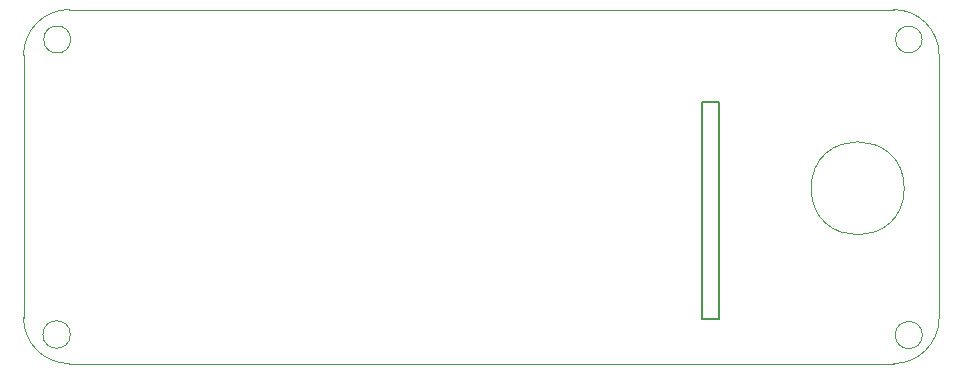
<source format=gbr>
%TF.GenerationSoftware,KiCad,Pcbnew,8.0.5-8.0.5-0~ubuntu22.04.1*%
%TF.CreationDate,2024-11-26T13:48:27+00:00*%
%TF.ProjectId,numcalcium,6e756d63-616c-4636-9975-6d2e6b696361,rev?*%
%TF.SameCoordinates,Original*%
%TF.FileFunction,Profile,NP*%
%FSLAX46Y46*%
G04 Gerber Fmt 4.6, Leading zero omitted, Abs format (unit mm)*
G04 Created by KiCad (PCBNEW 8.0.5-8.0.5-0~ubuntu22.04.1) date 2024-11-26 13:48:27*
%MOMM*%
%LPD*%
G01*
G04 APERTURE LIST*
%TA.AperFunction,Profile*%
%ADD10C,0.100000*%
%TD*%
%TA.AperFunction,Profile*%
%ADD11C,0.150000*%
%TD*%
G04 APERTURE END LIST*
D10*
X3520450Y31494243D02*
G75*
G02*
X1232136Y31494243I-1144157J0D01*
G01*
X1232136Y31494243D02*
G75*
G02*
X3520450Y31494243I1144157J0D01*
G01*
X3488324Y6518140D02*
G75*
G02*
X1159498Y6518140I-1164413J0D01*
G01*
X1159498Y6518140D02*
G75*
G02*
X3488324Y6518140I1164413J0D01*
G01*
X77047601Y7924797D02*
G75*
G02*
X73185047Y4062239I-3862701J143D01*
G01*
X73185047Y34034243D02*
X3387601Y34034243D01*
X3387601Y4062243D02*
G75*
G02*
X-474953Y7924797I-6J3862548D01*
G01*
D11*
X56995378Y26212800D02*
X58392378Y26212800D01*
X58392378Y7874000D01*
X56995378Y7874000D01*
X56995378Y26212800D01*
D10*
X73185047Y34034243D02*
G75*
G02*
X77047543Y30171689I53J-3862443D01*
G01*
X74095276Y18897600D02*
G75*
G02*
X66211720Y18897600I-3941778J0D01*
G01*
X66211720Y18897600D02*
G75*
G02*
X74095276Y18897600I3941778J0D01*
G01*
X77047601Y30171689D02*
X77047601Y7924797D01*
X75598048Y31494243D02*
G75*
G02*
X73351528Y31494243I-1123260J0D01*
G01*
X73351528Y31494243D02*
G75*
G02*
X75598048Y31494243I1123260J0D01*
G01*
X73185047Y4062243D02*
X3387601Y4062243D01*
X-474953Y30171689D02*
G75*
G02*
X3387601Y34034243I3862554J0D01*
G01*
X-474953Y30171689D02*
X-474953Y7924797D01*
X75629697Y6475243D02*
G75*
G02*
X73332951Y6475243I-1148373J0D01*
G01*
X73332951Y6475243D02*
G75*
G02*
X75629697Y6475243I1148373J0D01*
G01*
M02*

</source>
